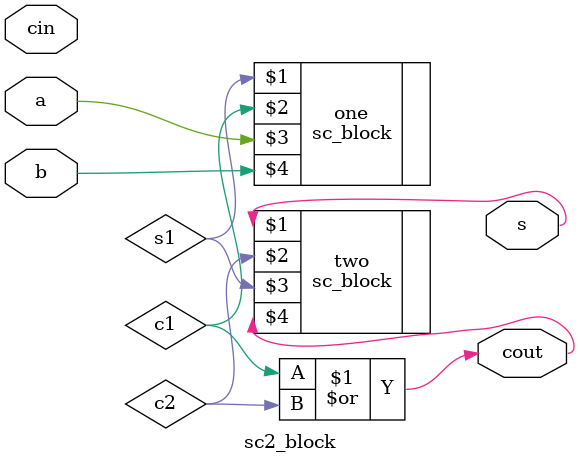
<source format=v>

module sc2_block(s, cout, a, b, cin);

output s, cout;
input  a, b, cin;
wire   s1, c1, c2;

sc_block one(s1, c1, a, b);
sc_block two(s, c2, s1, cout);
or three(cout, c1, c2);

endmodule // sc2_block

</source>
